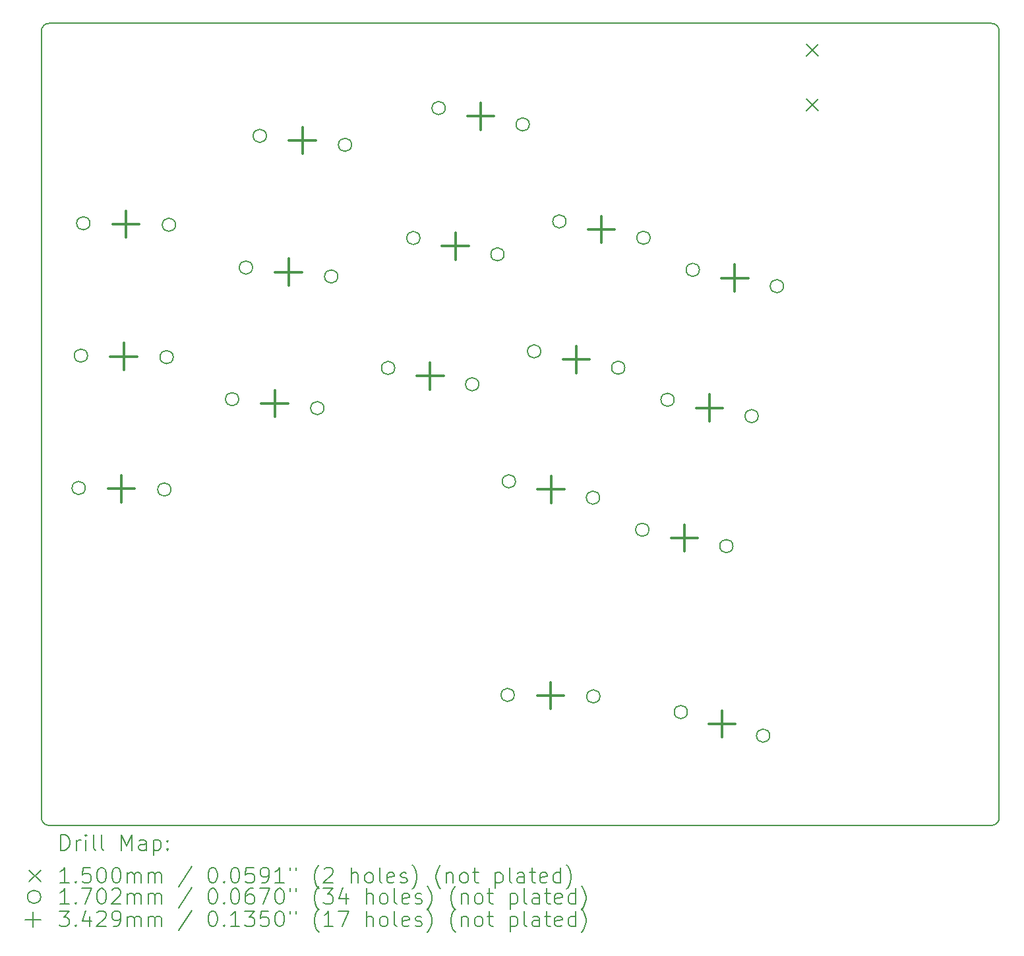
<source format=gbr>
%FSLAX45Y45*%
G04 Gerber Fmt 4.5, Leading zero omitted, Abs format (unit mm)*
G04 Created by KiCad (PCBNEW (6.0.2)) date 2022-04-07 21:27:43*
%MOMM*%
%LPD*%
G01*
G04 APERTURE LIST*
%TA.AperFunction,Profile*%
%ADD10C,0.150000*%
%TD*%
%ADD11C,0.200000*%
%ADD12C,0.150000*%
%ADD13C,0.170180*%
%ADD14C,0.342900*%
G04 APERTURE END LIST*
D10*
X14489236Y-20497154D02*
G75*
G03*
X14589236Y-20597154I100000J0D01*
G01*
X14589236Y-10297154D02*
G75*
G03*
X14489236Y-10397154I0J-100000D01*
G01*
X26689236Y-10297154D02*
X14589236Y-10297154D01*
X14489236Y-10397154D02*
X14489236Y-20497154D01*
X14589236Y-20597154D02*
X26689236Y-20597154D01*
X26789236Y-10397154D02*
G75*
G03*
X26689236Y-10297154I-100000J0D01*
G01*
X26689236Y-20597154D02*
G75*
G03*
X26789236Y-20497154I0J100000D01*
G01*
X26789236Y-20497154D02*
X26789236Y-10397154D01*
D11*
D12*
X24315026Y-10568673D02*
X24465026Y-10718673D01*
X24465026Y-10568673D02*
X24315026Y-10718673D01*
X24315026Y-11268673D02*
X24465026Y-11418673D01*
X24465026Y-11268673D02*
X24315026Y-11418673D01*
D13*
X15053529Y-16263712D02*
G75*
G03*
X15053529Y-16263712I-85090J0D01*
G01*
X15083198Y-14563971D02*
G75*
G03*
X15083198Y-14563971I-85090J0D01*
G01*
X15112867Y-12864230D02*
G75*
G03*
X15112867Y-12864230I-85090J0D01*
G01*
X16153361Y-16282910D02*
G75*
G03*
X16153361Y-16282910I-85090J0D01*
G01*
X16183030Y-14583169D02*
G75*
G03*
X16183030Y-14583169I-85090J0D01*
G01*
X16212699Y-12883428D02*
G75*
G03*
X16212699Y-12883428I-85090J0D01*
G01*
X17023993Y-15123128D02*
G75*
G03*
X17023993Y-15123128I-85090J0D01*
G01*
X17201691Y-13432441D02*
G75*
G03*
X17201691Y-13432441I-85090J0D01*
G01*
X17379389Y-11741753D02*
G75*
G03*
X17379389Y-11741753I-85090J0D01*
G01*
X18117967Y-15238109D02*
G75*
G03*
X18117967Y-15238109I-85090J0D01*
G01*
X18295665Y-13547422D02*
G75*
G03*
X18295665Y-13547422I-85090J0D01*
G01*
X18473363Y-11856735D02*
G75*
G03*
X18473363Y-11856735I-85090J0D01*
G01*
X19027134Y-14722184D02*
G75*
G03*
X19027134Y-14722184I-85090J0D01*
G01*
X19351509Y-13053417D02*
G75*
G03*
X19351509Y-13053417I-85090J0D01*
G01*
X19675884Y-11384651D02*
G75*
G03*
X19675884Y-11384651I-85090J0D01*
G01*
X20106924Y-14932073D02*
G75*
G03*
X20106924Y-14932073I-85090J0D01*
G01*
X20431299Y-13263307D02*
G75*
G03*
X20431299Y-13263307I-85090J0D01*
G01*
X20562502Y-18921132D02*
G75*
G03*
X20562502Y-18921132I-85090J0D01*
G01*
X20577813Y-16178150D02*
G75*
G03*
X20577813Y-16178150I-85090J0D01*
G01*
X20755674Y-11594541D02*
G75*
G03*
X20755674Y-11594541I-85090J0D01*
G01*
X20902188Y-14509384D02*
G75*
G03*
X20902188Y-14509384I-85090J0D01*
G01*
X21226563Y-12840618D02*
G75*
G03*
X21226563Y-12840618I-85090J0D01*
G01*
X21657603Y-16388040D02*
G75*
G03*
X21657603Y-16388040I-85090J0D01*
G01*
X21662334Y-18940329D02*
G75*
G03*
X21662334Y-18940329I-85090J0D01*
G01*
X21981978Y-14719274D02*
G75*
G03*
X21981978Y-14719274I-85090J0D01*
G01*
X22290679Y-16799735D02*
G75*
G03*
X22290679Y-16799735I-85090J0D01*
G01*
X22306353Y-13050508D02*
G75*
G03*
X22306353Y-13050508I-85090J0D01*
G01*
X22615054Y-15130968D02*
G75*
G03*
X22615054Y-15130968I-85090J0D01*
G01*
X22785432Y-19140919D02*
G75*
G03*
X22785432Y-19140919I-85090J0D01*
G01*
X22939429Y-13462202D02*
G75*
G03*
X22939429Y-13462202I-85090J0D01*
G01*
X23370469Y-17009624D02*
G75*
G03*
X23370469Y-17009624I-85090J0D01*
G01*
X23694844Y-15340858D02*
G75*
G03*
X23694844Y-15340858I-85090J0D01*
G01*
X23842820Y-19444120D02*
G75*
G03*
X23842820Y-19444120I-85090J0D01*
G01*
X24019219Y-13672092D02*
G75*
G03*
X24019219Y-13672092I-85090J0D01*
G01*
D14*
X15518355Y-16101861D02*
X15518355Y-16444761D01*
X15346905Y-16273311D02*
X15689805Y-16273311D01*
X15548024Y-14402120D02*
X15548024Y-14745020D01*
X15376574Y-14573570D02*
X15719474Y-14573570D01*
X15577693Y-12702379D02*
X15577693Y-13045279D01*
X15406243Y-12873829D02*
X15749143Y-12873829D01*
X17485890Y-15009169D02*
X17485890Y-15352069D01*
X17314440Y-15180619D02*
X17657340Y-15180619D01*
X17663588Y-13318481D02*
X17663588Y-13661381D01*
X17492138Y-13489931D02*
X17835038Y-13489931D01*
X17841286Y-11627794D02*
X17841286Y-11970694D01*
X17669836Y-11799244D02*
X18012736Y-11799244D01*
X19481939Y-14655678D02*
X19481939Y-14998578D01*
X19310489Y-14827128D02*
X19653389Y-14827128D01*
X19806314Y-12986912D02*
X19806314Y-13329812D01*
X19634864Y-13158362D02*
X19977764Y-13158362D01*
X20130689Y-11318146D02*
X20130689Y-11661046D01*
X19959239Y-11489596D02*
X20302139Y-11489596D01*
X21027328Y-18759281D02*
X21027328Y-19102181D01*
X20855878Y-18930731D02*
X21198778Y-18930731D01*
X21032618Y-16111645D02*
X21032618Y-16454545D01*
X20861168Y-16283095D02*
X21204068Y-16283095D01*
X21356993Y-14442879D02*
X21356993Y-14785779D01*
X21185543Y-14614329D02*
X21528443Y-14614329D01*
X21681368Y-12774113D02*
X21681368Y-13117013D01*
X21509918Y-12945563D02*
X21852818Y-12945563D01*
X22745484Y-16733229D02*
X22745484Y-17076129D01*
X22574034Y-16904679D02*
X22916934Y-16904679D01*
X23069859Y-15064463D02*
X23069859Y-15407363D01*
X22898409Y-15235913D02*
X23241309Y-15235913D01*
X23229036Y-19121069D02*
X23229036Y-19463969D01*
X23057586Y-19292519D02*
X23400486Y-19292519D01*
X23394234Y-13395697D02*
X23394234Y-13738597D01*
X23222784Y-13567147D02*
X23565684Y-13567147D01*
D11*
X14739355Y-20915130D02*
X14739355Y-20715130D01*
X14786974Y-20715130D01*
X14815545Y-20724654D01*
X14834593Y-20743702D01*
X14844117Y-20762749D01*
X14853641Y-20800845D01*
X14853641Y-20829416D01*
X14844117Y-20867511D01*
X14834593Y-20886559D01*
X14815545Y-20905606D01*
X14786974Y-20915130D01*
X14739355Y-20915130D01*
X14939355Y-20915130D02*
X14939355Y-20781797D01*
X14939355Y-20819892D02*
X14948879Y-20800845D01*
X14958402Y-20791321D01*
X14977450Y-20781797D01*
X14996498Y-20781797D01*
X15063164Y-20915130D02*
X15063164Y-20781797D01*
X15063164Y-20715130D02*
X15053641Y-20724654D01*
X15063164Y-20734178D01*
X15072688Y-20724654D01*
X15063164Y-20715130D01*
X15063164Y-20734178D01*
X15186974Y-20915130D02*
X15167926Y-20905606D01*
X15158402Y-20886559D01*
X15158402Y-20715130D01*
X15291736Y-20915130D02*
X15272688Y-20905606D01*
X15263164Y-20886559D01*
X15263164Y-20715130D01*
X15520307Y-20915130D02*
X15520307Y-20715130D01*
X15586974Y-20857987D01*
X15653641Y-20715130D01*
X15653641Y-20915130D01*
X15834593Y-20915130D02*
X15834593Y-20810368D01*
X15825069Y-20791321D01*
X15806022Y-20781797D01*
X15767926Y-20781797D01*
X15748879Y-20791321D01*
X15834593Y-20905606D02*
X15815545Y-20915130D01*
X15767926Y-20915130D01*
X15748879Y-20905606D01*
X15739355Y-20886559D01*
X15739355Y-20867511D01*
X15748879Y-20848464D01*
X15767926Y-20838940D01*
X15815545Y-20838940D01*
X15834593Y-20829416D01*
X15929831Y-20781797D02*
X15929831Y-20981797D01*
X15929831Y-20791321D02*
X15948879Y-20781797D01*
X15986974Y-20781797D01*
X16006022Y-20791321D01*
X16015545Y-20800845D01*
X16025069Y-20819892D01*
X16025069Y-20877035D01*
X16015545Y-20896083D01*
X16006022Y-20905606D01*
X15986974Y-20915130D01*
X15948879Y-20915130D01*
X15929831Y-20905606D01*
X16110783Y-20896083D02*
X16120307Y-20905606D01*
X16110783Y-20915130D01*
X16101260Y-20905606D01*
X16110783Y-20896083D01*
X16110783Y-20915130D01*
X16110783Y-20791321D02*
X16120307Y-20800845D01*
X16110783Y-20810368D01*
X16101260Y-20800845D01*
X16110783Y-20791321D01*
X16110783Y-20810368D01*
D12*
X14331736Y-21169654D02*
X14481736Y-21319654D01*
X14481736Y-21169654D02*
X14331736Y-21319654D01*
D11*
X14844117Y-21335130D02*
X14729831Y-21335130D01*
X14786974Y-21335130D02*
X14786974Y-21135130D01*
X14767926Y-21163702D01*
X14748879Y-21182749D01*
X14729831Y-21192273D01*
X14929831Y-21316083D02*
X14939355Y-21325606D01*
X14929831Y-21335130D01*
X14920307Y-21325606D01*
X14929831Y-21316083D01*
X14929831Y-21335130D01*
X15120307Y-21135130D02*
X15025069Y-21135130D01*
X15015545Y-21230368D01*
X15025069Y-21220845D01*
X15044117Y-21211321D01*
X15091736Y-21211321D01*
X15110783Y-21220845D01*
X15120307Y-21230368D01*
X15129831Y-21249416D01*
X15129831Y-21297035D01*
X15120307Y-21316083D01*
X15110783Y-21325606D01*
X15091736Y-21335130D01*
X15044117Y-21335130D01*
X15025069Y-21325606D01*
X15015545Y-21316083D01*
X15253641Y-21135130D02*
X15272688Y-21135130D01*
X15291736Y-21144654D01*
X15301260Y-21154178D01*
X15310783Y-21173226D01*
X15320307Y-21211321D01*
X15320307Y-21258940D01*
X15310783Y-21297035D01*
X15301260Y-21316083D01*
X15291736Y-21325606D01*
X15272688Y-21335130D01*
X15253641Y-21335130D01*
X15234593Y-21325606D01*
X15225069Y-21316083D01*
X15215545Y-21297035D01*
X15206022Y-21258940D01*
X15206022Y-21211321D01*
X15215545Y-21173226D01*
X15225069Y-21154178D01*
X15234593Y-21144654D01*
X15253641Y-21135130D01*
X15444117Y-21135130D02*
X15463164Y-21135130D01*
X15482212Y-21144654D01*
X15491736Y-21154178D01*
X15501260Y-21173226D01*
X15510783Y-21211321D01*
X15510783Y-21258940D01*
X15501260Y-21297035D01*
X15491736Y-21316083D01*
X15482212Y-21325606D01*
X15463164Y-21335130D01*
X15444117Y-21335130D01*
X15425069Y-21325606D01*
X15415545Y-21316083D01*
X15406022Y-21297035D01*
X15396498Y-21258940D01*
X15396498Y-21211321D01*
X15406022Y-21173226D01*
X15415545Y-21154178D01*
X15425069Y-21144654D01*
X15444117Y-21135130D01*
X15596498Y-21335130D02*
X15596498Y-21201797D01*
X15596498Y-21220845D02*
X15606022Y-21211321D01*
X15625069Y-21201797D01*
X15653641Y-21201797D01*
X15672688Y-21211321D01*
X15682212Y-21230368D01*
X15682212Y-21335130D01*
X15682212Y-21230368D02*
X15691736Y-21211321D01*
X15710783Y-21201797D01*
X15739355Y-21201797D01*
X15758402Y-21211321D01*
X15767926Y-21230368D01*
X15767926Y-21335130D01*
X15863164Y-21335130D02*
X15863164Y-21201797D01*
X15863164Y-21220845D02*
X15872688Y-21211321D01*
X15891736Y-21201797D01*
X15920307Y-21201797D01*
X15939355Y-21211321D01*
X15948879Y-21230368D01*
X15948879Y-21335130D01*
X15948879Y-21230368D02*
X15958402Y-21211321D01*
X15977450Y-21201797D01*
X16006022Y-21201797D01*
X16025069Y-21211321D01*
X16034593Y-21230368D01*
X16034593Y-21335130D01*
X16425069Y-21125606D02*
X16253641Y-21382749D01*
X16682212Y-21135130D02*
X16701260Y-21135130D01*
X16720307Y-21144654D01*
X16729831Y-21154178D01*
X16739355Y-21173226D01*
X16748879Y-21211321D01*
X16748879Y-21258940D01*
X16739355Y-21297035D01*
X16729831Y-21316083D01*
X16720307Y-21325606D01*
X16701260Y-21335130D01*
X16682212Y-21335130D01*
X16663164Y-21325606D01*
X16653641Y-21316083D01*
X16644117Y-21297035D01*
X16634593Y-21258940D01*
X16634593Y-21211321D01*
X16644117Y-21173226D01*
X16653641Y-21154178D01*
X16663164Y-21144654D01*
X16682212Y-21135130D01*
X16834593Y-21316083D02*
X16844117Y-21325606D01*
X16834593Y-21335130D01*
X16825069Y-21325606D01*
X16834593Y-21316083D01*
X16834593Y-21335130D01*
X16967926Y-21135130D02*
X16986974Y-21135130D01*
X17006022Y-21144654D01*
X17015545Y-21154178D01*
X17025069Y-21173226D01*
X17034593Y-21211321D01*
X17034593Y-21258940D01*
X17025069Y-21297035D01*
X17015545Y-21316083D01*
X17006022Y-21325606D01*
X16986974Y-21335130D01*
X16967926Y-21335130D01*
X16948879Y-21325606D01*
X16939355Y-21316083D01*
X16929831Y-21297035D01*
X16920307Y-21258940D01*
X16920307Y-21211321D01*
X16929831Y-21173226D01*
X16939355Y-21154178D01*
X16948879Y-21144654D01*
X16967926Y-21135130D01*
X17215545Y-21135130D02*
X17120307Y-21135130D01*
X17110784Y-21230368D01*
X17120307Y-21220845D01*
X17139355Y-21211321D01*
X17186974Y-21211321D01*
X17206022Y-21220845D01*
X17215545Y-21230368D01*
X17225069Y-21249416D01*
X17225069Y-21297035D01*
X17215545Y-21316083D01*
X17206022Y-21325606D01*
X17186974Y-21335130D01*
X17139355Y-21335130D01*
X17120307Y-21325606D01*
X17110784Y-21316083D01*
X17320307Y-21335130D02*
X17358403Y-21335130D01*
X17377450Y-21325606D01*
X17386974Y-21316083D01*
X17406022Y-21287511D01*
X17415545Y-21249416D01*
X17415545Y-21173226D01*
X17406022Y-21154178D01*
X17396498Y-21144654D01*
X17377450Y-21135130D01*
X17339355Y-21135130D01*
X17320307Y-21144654D01*
X17310784Y-21154178D01*
X17301260Y-21173226D01*
X17301260Y-21220845D01*
X17310784Y-21239892D01*
X17320307Y-21249416D01*
X17339355Y-21258940D01*
X17377450Y-21258940D01*
X17396498Y-21249416D01*
X17406022Y-21239892D01*
X17415545Y-21220845D01*
X17606022Y-21335130D02*
X17491736Y-21335130D01*
X17548879Y-21335130D02*
X17548879Y-21135130D01*
X17529831Y-21163702D01*
X17510784Y-21182749D01*
X17491736Y-21192273D01*
X17682212Y-21135130D02*
X17682212Y-21173226D01*
X17758403Y-21135130D02*
X17758403Y-21173226D01*
X18053641Y-21411321D02*
X18044117Y-21401797D01*
X18025069Y-21373226D01*
X18015545Y-21354178D01*
X18006022Y-21325606D01*
X17996498Y-21277987D01*
X17996498Y-21239892D01*
X18006022Y-21192273D01*
X18015545Y-21163702D01*
X18025069Y-21144654D01*
X18044117Y-21116083D01*
X18053641Y-21106559D01*
X18120307Y-21154178D02*
X18129831Y-21144654D01*
X18148879Y-21135130D01*
X18196498Y-21135130D01*
X18215545Y-21144654D01*
X18225069Y-21154178D01*
X18234593Y-21173226D01*
X18234593Y-21192273D01*
X18225069Y-21220845D01*
X18110784Y-21335130D01*
X18234593Y-21335130D01*
X18472688Y-21335130D02*
X18472688Y-21135130D01*
X18558403Y-21335130D02*
X18558403Y-21230368D01*
X18548879Y-21211321D01*
X18529831Y-21201797D01*
X18501260Y-21201797D01*
X18482212Y-21211321D01*
X18472688Y-21220845D01*
X18682212Y-21335130D02*
X18663164Y-21325606D01*
X18653641Y-21316083D01*
X18644117Y-21297035D01*
X18644117Y-21239892D01*
X18653641Y-21220845D01*
X18663164Y-21211321D01*
X18682212Y-21201797D01*
X18710784Y-21201797D01*
X18729831Y-21211321D01*
X18739355Y-21220845D01*
X18748879Y-21239892D01*
X18748879Y-21297035D01*
X18739355Y-21316083D01*
X18729831Y-21325606D01*
X18710784Y-21335130D01*
X18682212Y-21335130D01*
X18863164Y-21335130D02*
X18844117Y-21325606D01*
X18834593Y-21306559D01*
X18834593Y-21135130D01*
X19015545Y-21325606D02*
X18996498Y-21335130D01*
X18958403Y-21335130D01*
X18939355Y-21325606D01*
X18929831Y-21306559D01*
X18929831Y-21230368D01*
X18939355Y-21211321D01*
X18958403Y-21201797D01*
X18996498Y-21201797D01*
X19015545Y-21211321D01*
X19025069Y-21230368D01*
X19025069Y-21249416D01*
X18929831Y-21268464D01*
X19101260Y-21325606D02*
X19120307Y-21335130D01*
X19158403Y-21335130D01*
X19177450Y-21325606D01*
X19186974Y-21306559D01*
X19186974Y-21297035D01*
X19177450Y-21277987D01*
X19158403Y-21268464D01*
X19129831Y-21268464D01*
X19110784Y-21258940D01*
X19101260Y-21239892D01*
X19101260Y-21230368D01*
X19110784Y-21211321D01*
X19129831Y-21201797D01*
X19158403Y-21201797D01*
X19177450Y-21211321D01*
X19253641Y-21411321D02*
X19263164Y-21401797D01*
X19282212Y-21373226D01*
X19291736Y-21354178D01*
X19301260Y-21325606D01*
X19310784Y-21277987D01*
X19310784Y-21239892D01*
X19301260Y-21192273D01*
X19291736Y-21163702D01*
X19282212Y-21144654D01*
X19263164Y-21116083D01*
X19253641Y-21106559D01*
X19615545Y-21411321D02*
X19606022Y-21401797D01*
X19586974Y-21373226D01*
X19577450Y-21354178D01*
X19567926Y-21325606D01*
X19558403Y-21277987D01*
X19558403Y-21239892D01*
X19567926Y-21192273D01*
X19577450Y-21163702D01*
X19586974Y-21144654D01*
X19606022Y-21116083D01*
X19615545Y-21106559D01*
X19691736Y-21201797D02*
X19691736Y-21335130D01*
X19691736Y-21220845D02*
X19701260Y-21211321D01*
X19720307Y-21201797D01*
X19748879Y-21201797D01*
X19767926Y-21211321D01*
X19777450Y-21230368D01*
X19777450Y-21335130D01*
X19901260Y-21335130D02*
X19882212Y-21325606D01*
X19872688Y-21316083D01*
X19863164Y-21297035D01*
X19863164Y-21239892D01*
X19872688Y-21220845D01*
X19882212Y-21211321D01*
X19901260Y-21201797D01*
X19929831Y-21201797D01*
X19948879Y-21211321D01*
X19958403Y-21220845D01*
X19967926Y-21239892D01*
X19967926Y-21297035D01*
X19958403Y-21316083D01*
X19948879Y-21325606D01*
X19929831Y-21335130D01*
X19901260Y-21335130D01*
X20025069Y-21201797D02*
X20101260Y-21201797D01*
X20053641Y-21135130D02*
X20053641Y-21306559D01*
X20063164Y-21325606D01*
X20082212Y-21335130D01*
X20101260Y-21335130D01*
X20320307Y-21201797D02*
X20320307Y-21401797D01*
X20320307Y-21211321D02*
X20339355Y-21201797D01*
X20377450Y-21201797D01*
X20396498Y-21211321D01*
X20406022Y-21220845D01*
X20415545Y-21239892D01*
X20415545Y-21297035D01*
X20406022Y-21316083D01*
X20396498Y-21325606D01*
X20377450Y-21335130D01*
X20339355Y-21335130D01*
X20320307Y-21325606D01*
X20529831Y-21335130D02*
X20510784Y-21325606D01*
X20501260Y-21306559D01*
X20501260Y-21135130D01*
X20691736Y-21335130D02*
X20691736Y-21230368D01*
X20682212Y-21211321D01*
X20663164Y-21201797D01*
X20625069Y-21201797D01*
X20606022Y-21211321D01*
X20691736Y-21325606D02*
X20672688Y-21335130D01*
X20625069Y-21335130D01*
X20606022Y-21325606D01*
X20596498Y-21306559D01*
X20596498Y-21287511D01*
X20606022Y-21268464D01*
X20625069Y-21258940D01*
X20672688Y-21258940D01*
X20691736Y-21249416D01*
X20758403Y-21201797D02*
X20834593Y-21201797D01*
X20786974Y-21135130D02*
X20786974Y-21306559D01*
X20796498Y-21325606D01*
X20815545Y-21335130D01*
X20834593Y-21335130D01*
X20977450Y-21325606D02*
X20958403Y-21335130D01*
X20920307Y-21335130D01*
X20901260Y-21325606D01*
X20891736Y-21306559D01*
X20891736Y-21230368D01*
X20901260Y-21211321D01*
X20920307Y-21201797D01*
X20958403Y-21201797D01*
X20977450Y-21211321D01*
X20986974Y-21230368D01*
X20986974Y-21249416D01*
X20891736Y-21268464D01*
X21158403Y-21335130D02*
X21158403Y-21135130D01*
X21158403Y-21325606D02*
X21139355Y-21335130D01*
X21101260Y-21335130D01*
X21082212Y-21325606D01*
X21072688Y-21316083D01*
X21063164Y-21297035D01*
X21063164Y-21239892D01*
X21072688Y-21220845D01*
X21082212Y-21211321D01*
X21101260Y-21201797D01*
X21139355Y-21201797D01*
X21158403Y-21211321D01*
X21234593Y-21411321D02*
X21244117Y-21401797D01*
X21263164Y-21373226D01*
X21272688Y-21354178D01*
X21282212Y-21325606D01*
X21291736Y-21277987D01*
X21291736Y-21239892D01*
X21282212Y-21192273D01*
X21272688Y-21163702D01*
X21263164Y-21144654D01*
X21244117Y-21116083D01*
X21234593Y-21106559D01*
D13*
X14481736Y-21514654D02*
G75*
G03*
X14481736Y-21514654I-85090J0D01*
G01*
D11*
X14844117Y-21605130D02*
X14729831Y-21605130D01*
X14786974Y-21605130D02*
X14786974Y-21405130D01*
X14767926Y-21433702D01*
X14748879Y-21452749D01*
X14729831Y-21462273D01*
X14929831Y-21586083D02*
X14939355Y-21595606D01*
X14929831Y-21605130D01*
X14920307Y-21595606D01*
X14929831Y-21586083D01*
X14929831Y-21605130D01*
X15006022Y-21405130D02*
X15139355Y-21405130D01*
X15053641Y-21605130D01*
X15253641Y-21405130D02*
X15272688Y-21405130D01*
X15291736Y-21414654D01*
X15301260Y-21424178D01*
X15310783Y-21443226D01*
X15320307Y-21481321D01*
X15320307Y-21528940D01*
X15310783Y-21567035D01*
X15301260Y-21586083D01*
X15291736Y-21595606D01*
X15272688Y-21605130D01*
X15253641Y-21605130D01*
X15234593Y-21595606D01*
X15225069Y-21586083D01*
X15215545Y-21567035D01*
X15206022Y-21528940D01*
X15206022Y-21481321D01*
X15215545Y-21443226D01*
X15225069Y-21424178D01*
X15234593Y-21414654D01*
X15253641Y-21405130D01*
X15396498Y-21424178D02*
X15406022Y-21414654D01*
X15425069Y-21405130D01*
X15472688Y-21405130D01*
X15491736Y-21414654D01*
X15501260Y-21424178D01*
X15510783Y-21443226D01*
X15510783Y-21462273D01*
X15501260Y-21490845D01*
X15386974Y-21605130D01*
X15510783Y-21605130D01*
X15596498Y-21605130D02*
X15596498Y-21471797D01*
X15596498Y-21490845D02*
X15606022Y-21481321D01*
X15625069Y-21471797D01*
X15653641Y-21471797D01*
X15672688Y-21481321D01*
X15682212Y-21500368D01*
X15682212Y-21605130D01*
X15682212Y-21500368D02*
X15691736Y-21481321D01*
X15710783Y-21471797D01*
X15739355Y-21471797D01*
X15758402Y-21481321D01*
X15767926Y-21500368D01*
X15767926Y-21605130D01*
X15863164Y-21605130D02*
X15863164Y-21471797D01*
X15863164Y-21490845D02*
X15872688Y-21481321D01*
X15891736Y-21471797D01*
X15920307Y-21471797D01*
X15939355Y-21481321D01*
X15948879Y-21500368D01*
X15948879Y-21605130D01*
X15948879Y-21500368D02*
X15958402Y-21481321D01*
X15977450Y-21471797D01*
X16006022Y-21471797D01*
X16025069Y-21481321D01*
X16034593Y-21500368D01*
X16034593Y-21605130D01*
X16425069Y-21395606D02*
X16253641Y-21652749D01*
X16682212Y-21405130D02*
X16701260Y-21405130D01*
X16720307Y-21414654D01*
X16729831Y-21424178D01*
X16739355Y-21443226D01*
X16748879Y-21481321D01*
X16748879Y-21528940D01*
X16739355Y-21567035D01*
X16729831Y-21586083D01*
X16720307Y-21595606D01*
X16701260Y-21605130D01*
X16682212Y-21605130D01*
X16663164Y-21595606D01*
X16653641Y-21586083D01*
X16644117Y-21567035D01*
X16634593Y-21528940D01*
X16634593Y-21481321D01*
X16644117Y-21443226D01*
X16653641Y-21424178D01*
X16663164Y-21414654D01*
X16682212Y-21405130D01*
X16834593Y-21586083D02*
X16844117Y-21595606D01*
X16834593Y-21605130D01*
X16825069Y-21595606D01*
X16834593Y-21586083D01*
X16834593Y-21605130D01*
X16967926Y-21405130D02*
X16986974Y-21405130D01*
X17006022Y-21414654D01*
X17015545Y-21424178D01*
X17025069Y-21443226D01*
X17034593Y-21481321D01*
X17034593Y-21528940D01*
X17025069Y-21567035D01*
X17015545Y-21586083D01*
X17006022Y-21595606D01*
X16986974Y-21605130D01*
X16967926Y-21605130D01*
X16948879Y-21595606D01*
X16939355Y-21586083D01*
X16929831Y-21567035D01*
X16920307Y-21528940D01*
X16920307Y-21481321D01*
X16929831Y-21443226D01*
X16939355Y-21424178D01*
X16948879Y-21414654D01*
X16967926Y-21405130D01*
X17206022Y-21405130D02*
X17167926Y-21405130D01*
X17148879Y-21414654D01*
X17139355Y-21424178D01*
X17120307Y-21452749D01*
X17110784Y-21490845D01*
X17110784Y-21567035D01*
X17120307Y-21586083D01*
X17129831Y-21595606D01*
X17148879Y-21605130D01*
X17186974Y-21605130D01*
X17206022Y-21595606D01*
X17215545Y-21586083D01*
X17225069Y-21567035D01*
X17225069Y-21519416D01*
X17215545Y-21500368D01*
X17206022Y-21490845D01*
X17186974Y-21481321D01*
X17148879Y-21481321D01*
X17129831Y-21490845D01*
X17120307Y-21500368D01*
X17110784Y-21519416D01*
X17291736Y-21405130D02*
X17425069Y-21405130D01*
X17339355Y-21605130D01*
X17539355Y-21405130D02*
X17558403Y-21405130D01*
X17577450Y-21414654D01*
X17586974Y-21424178D01*
X17596498Y-21443226D01*
X17606022Y-21481321D01*
X17606022Y-21528940D01*
X17596498Y-21567035D01*
X17586974Y-21586083D01*
X17577450Y-21595606D01*
X17558403Y-21605130D01*
X17539355Y-21605130D01*
X17520307Y-21595606D01*
X17510784Y-21586083D01*
X17501260Y-21567035D01*
X17491736Y-21528940D01*
X17491736Y-21481321D01*
X17501260Y-21443226D01*
X17510784Y-21424178D01*
X17520307Y-21414654D01*
X17539355Y-21405130D01*
X17682212Y-21405130D02*
X17682212Y-21443226D01*
X17758403Y-21405130D02*
X17758403Y-21443226D01*
X18053641Y-21681321D02*
X18044117Y-21671797D01*
X18025069Y-21643226D01*
X18015545Y-21624178D01*
X18006022Y-21595606D01*
X17996498Y-21547987D01*
X17996498Y-21509892D01*
X18006022Y-21462273D01*
X18015545Y-21433702D01*
X18025069Y-21414654D01*
X18044117Y-21386083D01*
X18053641Y-21376559D01*
X18110784Y-21405130D02*
X18234593Y-21405130D01*
X18167926Y-21481321D01*
X18196498Y-21481321D01*
X18215545Y-21490845D01*
X18225069Y-21500368D01*
X18234593Y-21519416D01*
X18234593Y-21567035D01*
X18225069Y-21586083D01*
X18215545Y-21595606D01*
X18196498Y-21605130D01*
X18139355Y-21605130D01*
X18120307Y-21595606D01*
X18110784Y-21586083D01*
X18406022Y-21471797D02*
X18406022Y-21605130D01*
X18358403Y-21395606D02*
X18310784Y-21538464D01*
X18434593Y-21538464D01*
X18663164Y-21605130D02*
X18663164Y-21405130D01*
X18748879Y-21605130D02*
X18748879Y-21500368D01*
X18739355Y-21481321D01*
X18720307Y-21471797D01*
X18691736Y-21471797D01*
X18672688Y-21481321D01*
X18663164Y-21490845D01*
X18872688Y-21605130D02*
X18853641Y-21595606D01*
X18844117Y-21586083D01*
X18834593Y-21567035D01*
X18834593Y-21509892D01*
X18844117Y-21490845D01*
X18853641Y-21481321D01*
X18872688Y-21471797D01*
X18901260Y-21471797D01*
X18920307Y-21481321D01*
X18929831Y-21490845D01*
X18939355Y-21509892D01*
X18939355Y-21567035D01*
X18929831Y-21586083D01*
X18920307Y-21595606D01*
X18901260Y-21605130D01*
X18872688Y-21605130D01*
X19053641Y-21605130D02*
X19034593Y-21595606D01*
X19025069Y-21576559D01*
X19025069Y-21405130D01*
X19206022Y-21595606D02*
X19186974Y-21605130D01*
X19148879Y-21605130D01*
X19129831Y-21595606D01*
X19120307Y-21576559D01*
X19120307Y-21500368D01*
X19129831Y-21481321D01*
X19148879Y-21471797D01*
X19186974Y-21471797D01*
X19206022Y-21481321D01*
X19215545Y-21500368D01*
X19215545Y-21519416D01*
X19120307Y-21538464D01*
X19291736Y-21595606D02*
X19310784Y-21605130D01*
X19348879Y-21605130D01*
X19367926Y-21595606D01*
X19377450Y-21576559D01*
X19377450Y-21567035D01*
X19367926Y-21547987D01*
X19348879Y-21538464D01*
X19320307Y-21538464D01*
X19301260Y-21528940D01*
X19291736Y-21509892D01*
X19291736Y-21500368D01*
X19301260Y-21481321D01*
X19320307Y-21471797D01*
X19348879Y-21471797D01*
X19367926Y-21481321D01*
X19444117Y-21681321D02*
X19453641Y-21671797D01*
X19472688Y-21643226D01*
X19482212Y-21624178D01*
X19491736Y-21595606D01*
X19501260Y-21547987D01*
X19501260Y-21509892D01*
X19491736Y-21462273D01*
X19482212Y-21433702D01*
X19472688Y-21414654D01*
X19453641Y-21386083D01*
X19444117Y-21376559D01*
X19806022Y-21681321D02*
X19796498Y-21671797D01*
X19777450Y-21643226D01*
X19767926Y-21624178D01*
X19758403Y-21595606D01*
X19748879Y-21547987D01*
X19748879Y-21509892D01*
X19758403Y-21462273D01*
X19767926Y-21433702D01*
X19777450Y-21414654D01*
X19796498Y-21386083D01*
X19806022Y-21376559D01*
X19882212Y-21471797D02*
X19882212Y-21605130D01*
X19882212Y-21490845D02*
X19891736Y-21481321D01*
X19910784Y-21471797D01*
X19939355Y-21471797D01*
X19958403Y-21481321D01*
X19967926Y-21500368D01*
X19967926Y-21605130D01*
X20091736Y-21605130D02*
X20072688Y-21595606D01*
X20063164Y-21586083D01*
X20053641Y-21567035D01*
X20053641Y-21509892D01*
X20063164Y-21490845D01*
X20072688Y-21481321D01*
X20091736Y-21471797D01*
X20120307Y-21471797D01*
X20139355Y-21481321D01*
X20148879Y-21490845D01*
X20158403Y-21509892D01*
X20158403Y-21567035D01*
X20148879Y-21586083D01*
X20139355Y-21595606D01*
X20120307Y-21605130D01*
X20091736Y-21605130D01*
X20215545Y-21471797D02*
X20291736Y-21471797D01*
X20244117Y-21405130D02*
X20244117Y-21576559D01*
X20253641Y-21595606D01*
X20272688Y-21605130D01*
X20291736Y-21605130D01*
X20510784Y-21471797D02*
X20510784Y-21671797D01*
X20510784Y-21481321D02*
X20529831Y-21471797D01*
X20567926Y-21471797D01*
X20586974Y-21481321D01*
X20596498Y-21490845D01*
X20606022Y-21509892D01*
X20606022Y-21567035D01*
X20596498Y-21586083D01*
X20586974Y-21595606D01*
X20567926Y-21605130D01*
X20529831Y-21605130D01*
X20510784Y-21595606D01*
X20720307Y-21605130D02*
X20701260Y-21595606D01*
X20691736Y-21576559D01*
X20691736Y-21405130D01*
X20882212Y-21605130D02*
X20882212Y-21500368D01*
X20872688Y-21481321D01*
X20853641Y-21471797D01*
X20815545Y-21471797D01*
X20796498Y-21481321D01*
X20882212Y-21595606D02*
X20863164Y-21605130D01*
X20815545Y-21605130D01*
X20796498Y-21595606D01*
X20786974Y-21576559D01*
X20786974Y-21557511D01*
X20796498Y-21538464D01*
X20815545Y-21528940D01*
X20863164Y-21528940D01*
X20882212Y-21519416D01*
X20948879Y-21471797D02*
X21025069Y-21471797D01*
X20977450Y-21405130D02*
X20977450Y-21576559D01*
X20986974Y-21595606D01*
X21006022Y-21605130D01*
X21025069Y-21605130D01*
X21167926Y-21595606D02*
X21148879Y-21605130D01*
X21110784Y-21605130D01*
X21091736Y-21595606D01*
X21082212Y-21576559D01*
X21082212Y-21500368D01*
X21091736Y-21481321D01*
X21110784Y-21471797D01*
X21148879Y-21471797D01*
X21167926Y-21481321D01*
X21177450Y-21500368D01*
X21177450Y-21519416D01*
X21082212Y-21538464D01*
X21348879Y-21605130D02*
X21348879Y-21405130D01*
X21348879Y-21595606D02*
X21329831Y-21605130D01*
X21291736Y-21605130D01*
X21272688Y-21595606D01*
X21263164Y-21586083D01*
X21253641Y-21567035D01*
X21253641Y-21509892D01*
X21263164Y-21490845D01*
X21272688Y-21481321D01*
X21291736Y-21471797D01*
X21329831Y-21471797D01*
X21348879Y-21481321D01*
X21425069Y-21681321D02*
X21434593Y-21671797D01*
X21453641Y-21643226D01*
X21463164Y-21624178D01*
X21472688Y-21595606D01*
X21482212Y-21547987D01*
X21482212Y-21509892D01*
X21472688Y-21462273D01*
X21463164Y-21433702D01*
X21453641Y-21414654D01*
X21434593Y-21386083D01*
X21425069Y-21376559D01*
X14381736Y-21704834D02*
X14381736Y-21904834D01*
X14281736Y-21804834D02*
X14481736Y-21804834D01*
X14720307Y-21695310D02*
X14844117Y-21695310D01*
X14777450Y-21771501D01*
X14806022Y-21771501D01*
X14825069Y-21781025D01*
X14834593Y-21790548D01*
X14844117Y-21809596D01*
X14844117Y-21857215D01*
X14834593Y-21876263D01*
X14825069Y-21885786D01*
X14806022Y-21895310D01*
X14748879Y-21895310D01*
X14729831Y-21885786D01*
X14720307Y-21876263D01*
X14929831Y-21876263D02*
X14939355Y-21885786D01*
X14929831Y-21895310D01*
X14920307Y-21885786D01*
X14929831Y-21876263D01*
X14929831Y-21895310D01*
X15110783Y-21761977D02*
X15110783Y-21895310D01*
X15063164Y-21685786D02*
X15015545Y-21828644D01*
X15139355Y-21828644D01*
X15206022Y-21714358D02*
X15215545Y-21704834D01*
X15234593Y-21695310D01*
X15282212Y-21695310D01*
X15301260Y-21704834D01*
X15310783Y-21714358D01*
X15320307Y-21733406D01*
X15320307Y-21752453D01*
X15310783Y-21781025D01*
X15196498Y-21895310D01*
X15320307Y-21895310D01*
X15415545Y-21895310D02*
X15453641Y-21895310D01*
X15472688Y-21885786D01*
X15482212Y-21876263D01*
X15501260Y-21847691D01*
X15510783Y-21809596D01*
X15510783Y-21733406D01*
X15501260Y-21714358D01*
X15491736Y-21704834D01*
X15472688Y-21695310D01*
X15434593Y-21695310D01*
X15415545Y-21704834D01*
X15406022Y-21714358D01*
X15396498Y-21733406D01*
X15396498Y-21781025D01*
X15406022Y-21800072D01*
X15415545Y-21809596D01*
X15434593Y-21819120D01*
X15472688Y-21819120D01*
X15491736Y-21809596D01*
X15501260Y-21800072D01*
X15510783Y-21781025D01*
X15596498Y-21895310D02*
X15596498Y-21761977D01*
X15596498Y-21781025D02*
X15606022Y-21771501D01*
X15625069Y-21761977D01*
X15653641Y-21761977D01*
X15672688Y-21771501D01*
X15682212Y-21790548D01*
X15682212Y-21895310D01*
X15682212Y-21790548D02*
X15691736Y-21771501D01*
X15710783Y-21761977D01*
X15739355Y-21761977D01*
X15758402Y-21771501D01*
X15767926Y-21790548D01*
X15767926Y-21895310D01*
X15863164Y-21895310D02*
X15863164Y-21761977D01*
X15863164Y-21781025D02*
X15872688Y-21771501D01*
X15891736Y-21761977D01*
X15920307Y-21761977D01*
X15939355Y-21771501D01*
X15948879Y-21790548D01*
X15948879Y-21895310D01*
X15948879Y-21790548D02*
X15958402Y-21771501D01*
X15977450Y-21761977D01*
X16006022Y-21761977D01*
X16025069Y-21771501D01*
X16034593Y-21790548D01*
X16034593Y-21895310D01*
X16425069Y-21685786D02*
X16253641Y-21942929D01*
X16682212Y-21695310D02*
X16701260Y-21695310D01*
X16720307Y-21704834D01*
X16729831Y-21714358D01*
X16739355Y-21733406D01*
X16748879Y-21771501D01*
X16748879Y-21819120D01*
X16739355Y-21857215D01*
X16729831Y-21876263D01*
X16720307Y-21885786D01*
X16701260Y-21895310D01*
X16682212Y-21895310D01*
X16663164Y-21885786D01*
X16653641Y-21876263D01*
X16644117Y-21857215D01*
X16634593Y-21819120D01*
X16634593Y-21771501D01*
X16644117Y-21733406D01*
X16653641Y-21714358D01*
X16663164Y-21704834D01*
X16682212Y-21695310D01*
X16834593Y-21876263D02*
X16844117Y-21885786D01*
X16834593Y-21895310D01*
X16825069Y-21885786D01*
X16834593Y-21876263D01*
X16834593Y-21895310D01*
X17034593Y-21895310D02*
X16920307Y-21895310D01*
X16977450Y-21895310D02*
X16977450Y-21695310D01*
X16958403Y-21723882D01*
X16939355Y-21742929D01*
X16920307Y-21752453D01*
X17101260Y-21695310D02*
X17225069Y-21695310D01*
X17158403Y-21771501D01*
X17186974Y-21771501D01*
X17206022Y-21781025D01*
X17215545Y-21790548D01*
X17225069Y-21809596D01*
X17225069Y-21857215D01*
X17215545Y-21876263D01*
X17206022Y-21885786D01*
X17186974Y-21895310D01*
X17129831Y-21895310D01*
X17110784Y-21885786D01*
X17101260Y-21876263D01*
X17406022Y-21695310D02*
X17310784Y-21695310D01*
X17301260Y-21790548D01*
X17310784Y-21781025D01*
X17329831Y-21771501D01*
X17377450Y-21771501D01*
X17396498Y-21781025D01*
X17406022Y-21790548D01*
X17415545Y-21809596D01*
X17415545Y-21857215D01*
X17406022Y-21876263D01*
X17396498Y-21885786D01*
X17377450Y-21895310D01*
X17329831Y-21895310D01*
X17310784Y-21885786D01*
X17301260Y-21876263D01*
X17539355Y-21695310D02*
X17558403Y-21695310D01*
X17577450Y-21704834D01*
X17586974Y-21714358D01*
X17596498Y-21733406D01*
X17606022Y-21771501D01*
X17606022Y-21819120D01*
X17596498Y-21857215D01*
X17586974Y-21876263D01*
X17577450Y-21885786D01*
X17558403Y-21895310D01*
X17539355Y-21895310D01*
X17520307Y-21885786D01*
X17510784Y-21876263D01*
X17501260Y-21857215D01*
X17491736Y-21819120D01*
X17491736Y-21771501D01*
X17501260Y-21733406D01*
X17510784Y-21714358D01*
X17520307Y-21704834D01*
X17539355Y-21695310D01*
X17682212Y-21695310D02*
X17682212Y-21733406D01*
X17758403Y-21695310D02*
X17758403Y-21733406D01*
X18053641Y-21971501D02*
X18044117Y-21961977D01*
X18025069Y-21933406D01*
X18015545Y-21914358D01*
X18006022Y-21885786D01*
X17996498Y-21838167D01*
X17996498Y-21800072D01*
X18006022Y-21752453D01*
X18015545Y-21723882D01*
X18025069Y-21704834D01*
X18044117Y-21676263D01*
X18053641Y-21666739D01*
X18234593Y-21895310D02*
X18120307Y-21895310D01*
X18177450Y-21895310D02*
X18177450Y-21695310D01*
X18158403Y-21723882D01*
X18139355Y-21742929D01*
X18120307Y-21752453D01*
X18301260Y-21695310D02*
X18434593Y-21695310D01*
X18348879Y-21895310D01*
X18663164Y-21895310D02*
X18663164Y-21695310D01*
X18748879Y-21895310D02*
X18748879Y-21790548D01*
X18739355Y-21771501D01*
X18720307Y-21761977D01*
X18691736Y-21761977D01*
X18672688Y-21771501D01*
X18663164Y-21781025D01*
X18872688Y-21895310D02*
X18853641Y-21885786D01*
X18844117Y-21876263D01*
X18834593Y-21857215D01*
X18834593Y-21800072D01*
X18844117Y-21781025D01*
X18853641Y-21771501D01*
X18872688Y-21761977D01*
X18901260Y-21761977D01*
X18920307Y-21771501D01*
X18929831Y-21781025D01*
X18939355Y-21800072D01*
X18939355Y-21857215D01*
X18929831Y-21876263D01*
X18920307Y-21885786D01*
X18901260Y-21895310D01*
X18872688Y-21895310D01*
X19053641Y-21895310D02*
X19034593Y-21885786D01*
X19025069Y-21866739D01*
X19025069Y-21695310D01*
X19206022Y-21885786D02*
X19186974Y-21895310D01*
X19148879Y-21895310D01*
X19129831Y-21885786D01*
X19120307Y-21866739D01*
X19120307Y-21790548D01*
X19129831Y-21771501D01*
X19148879Y-21761977D01*
X19186974Y-21761977D01*
X19206022Y-21771501D01*
X19215545Y-21790548D01*
X19215545Y-21809596D01*
X19120307Y-21828644D01*
X19291736Y-21885786D02*
X19310784Y-21895310D01*
X19348879Y-21895310D01*
X19367926Y-21885786D01*
X19377450Y-21866739D01*
X19377450Y-21857215D01*
X19367926Y-21838167D01*
X19348879Y-21828644D01*
X19320307Y-21828644D01*
X19301260Y-21819120D01*
X19291736Y-21800072D01*
X19291736Y-21790548D01*
X19301260Y-21771501D01*
X19320307Y-21761977D01*
X19348879Y-21761977D01*
X19367926Y-21771501D01*
X19444117Y-21971501D02*
X19453641Y-21961977D01*
X19472688Y-21933406D01*
X19482212Y-21914358D01*
X19491736Y-21885786D01*
X19501260Y-21838167D01*
X19501260Y-21800072D01*
X19491736Y-21752453D01*
X19482212Y-21723882D01*
X19472688Y-21704834D01*
X19453641Y-21676263D01*
X19444117Y-21666739D01*
X19806022Y-21971501D02*
X19796498Y-21961977D01*
X19777450Y-21933406D01*
X19767926Y-21914358D01*
X19758403Y-21885786D01*
X19748879Y-21838167D01*
X19748879Y-21800072D01*
X19758403Y-21752453D01*
X19767926Y-21723882D01*
X19777450Y-21704834D01*
X19796498Y-21676263D01*
X19806022Y-21666739D01*
X19882212Y-21761977D02*
X19882212Y-21895310D01*
X19882212Y-21781025D02*
X19891736Y-21771501D01*
X19910784Y-21761977D01*
X19939355Y-21761977D01*
X19958403Y-21771501D01*
X19967926Y-21790548D01*
X19967926Y-21895310D01*
X20091736Y-21895310D02*
X20072688Y-21885786D01*
X20063164Y-21876263D01*
X20053641Y-21857215D01*
X20053641Y-21800072D01*
X20063164Y-21781025D01*
X20072688Y-21771501D01*
X20091736Y-21761977D01*
X20120307Y-21761977D01*
X20139355Y-21771501D01*
X20148879Y-21781025D01*
X20158403Y-21800072D01*
X20158403Y-21857215D01*
X20148879Y-21876263D01*
X20139355Y-21885786D01*
X20120307Y-21895310D01*
X20091736Y-21895310D01*
X20215545Y-21761977D02*
X20291736Y-21761977D01*
X20244117Y-21695310D02*
X20244117Y-21866739D01*
X20253641Y-21885786D01*
X20272688Y-21895310D01*
X20291736Y-21895310D01*
X20510784Y-21761977D02*
X20510784Y-21961977D01*
X20510784Y-21771501D02*
X20529831Y-21761977D01*
X20567926Y-21761977D01*
X20586974Y-21771501D01*
X20596498Y-21781025D01*
X20606022Y-21800072D01*
X20606022Y-21857215D01*
X20596498Y-21876263D01*
X20586974Y-21885786D01*
X20567926Y-21895310D01*
X20529831Y-21895310D01*
X20510784Y-21885786D01*
X20720307Y-21895310D02*
X20701260Y-21885786D01*
X20691736Y-21866739D01*
X20691736Y-21695310D01*
X20882212Y-21895310D02*
X20882212Y-21790548D01*
X20872688Y-21771501D01*
X20853641Y-21761977D01*
X20815545Y-21761977D01*
X20796498Y-21771501D01*
X20882212Y-21885786D02*
X20863164Y-21895310D01*
X20815545Y-21895310D01*
X20796498Y-21885786D01*
X20786974Y-21866739D01*
X20786974Y-21847691D01*
X20796498Y-21828644D01*
X20815545Y-21819120D01*
X20863164Y-21819120D01*
X20882212Y-21809596D01*
X20948879Y-21761977D02*
X21025069Y-21761977D01*
X20977450Y-21695310D02*
X20977450Y-21866739D01*
X20986974Y-21885786D01*
X21006022Y-21895310D01*
X21025069Y-21895310D01*
X21167926Y-21885786D02*
X21148879Y-21895310D01*
X21110784Y-21895310D01*
X21091736Y-21885786D01*
X21082212Y-21866739D01*
X21082212Y-21790548D01*
X21091736Y-21771501D01*
X21110784Y-21761977D01*
X21148879Y-21761977D01*
X21167926Y-21771501D01*
X21177450Y-21790548D01*
X21177450Y-21809596D01*
X21082212Y-21828644D01*
X21348879Y-21895310D02*
X21348879Y-21695310D01*
X21348879Y-21885786D02*
X21329831Y-21895310D01*
X21291736Y-21895310D01*
X21272688Y-21885786D01*
X21263164Y-21876263D01*
X21253641Y-21857215D01*
X21253641Y-21800072D01*
X21263164Y-21781025D01*
X21272688Y-21771501D01*
X21291736Y-21761977D01*
X21329831Y-21761977D01*
X21348879Y-21771501D01*
X21425069Y-21971501D02*
X21434593Y-21961977D01*
X21453641Y-21933406D01*
X21463164Y-21914358D01*
X21472688Y-21885786D01*
X21482212Y-21838167D01*
X21482212Y-21800072D01*
X21472688Y-21752453D01*
X21463164Y-21723882D01*
X21453641Y-21704834D01*
X21434593Y-21676263D01*
X21425069Y-21666739D01*
M02*

</source>
